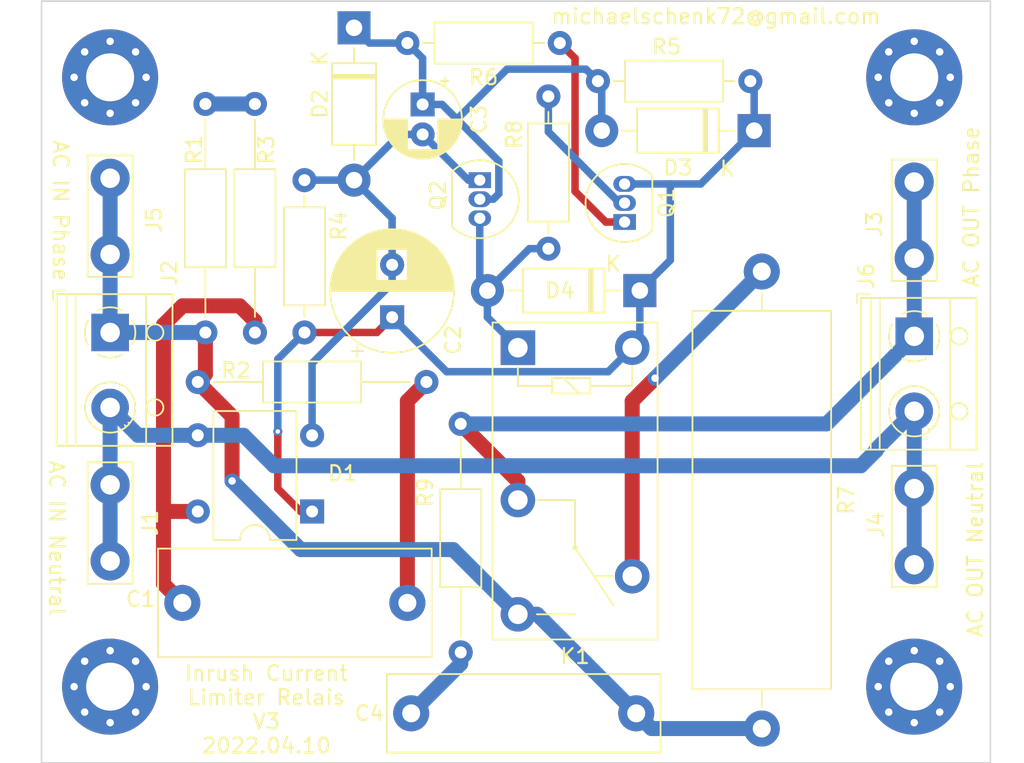
<source format=kicad_pcb>
(kicad_pcb (version 20211014) (generator pcbnew)
  (layers (0 "F.Cu" signal) (31 "B.Cu" signal) (34 "B.Paste" user) (35 "F.Paste" user) (36 "B.SilkS" user "B.Silkscreen") (37 "F.SilkS" user "F.Silkscreen") (38 "B.Mask" user) (39 "F.Mask" user) (44 "Edge.Cuts" user))
  (net 0 "")
  (net 1 "Net-(C1-Pad1)")
  (net 2 "Net-(C1-Pad2)")
  (net 3 "Net-(C2-Pad1)")
  (net 4 "Net-(C2-Pad2)")
  (net 5 "Net-(C3-Pad1)")
  (net 6 "Net-(C4-Pad2)")
  (net 7 "Net-(C4-Pad1)")
  (net 8 "Net-(K1-Pad4)")
  (net 9 "Net-(Q1-Pad1)")
  (net 10 "Net-(Q1-Pad2)")
  (net 11 "Net-(D1-Pad3)")
  (net 12 "Net-(D4-Pad2)")
  (net 13 "Net-(J3-Pad1)")
  (net 14 "Net-(R1-Pad2)")
  (footprint "Diode_THT:D_DO-41_SOD81_P10.16mm_Horizontal" (layer "F.Cu") (at 120.65 75.184 180)
    (fp_text reference "D4" (at 5.334 0) (layer "F.SilkS"))
    (fp_text value "1N4007")
    (fp_text user "K" (at 1.778 1.778) (layer "F.SilkS"))
    (pad "1" thru_hole rect (at 0 0 180) (size 2.2 2.2) (drill 1.1) (layers *.Cu *.Mask) (net 3 "Net-(C2-Pad1)"))
    (pad "2" thru_hole oval (at 10.16 0 180) (size 2.2 2.2) (drill 1.1) (layers *.Cu *.Mask) (net 12 "Net-(D4-Pad2)"))
  )
  (footprint "Resistor_THT:R_Axial_DIN0207_L6.3mm_D2.5mm_P15.24mm_Horizontal" (layer "F.Cu") (at 91.186 81.28)
    (fp_text reference "R2" (at 2.54 -0.762) (layer "F.SilkS"))
    (fp_text value "220R/1W")
    (pad "1" thru_hole circle (at 0 0) (size 1.6 1.6) (drill 0.8) (layers *.Cu *.Mask) (net 7 "Net-(C4-Pad1)"))
    (pad "2" thru_hole oval (at 15.24 0) (size 1.6 1.6) (drill 0.8) (layers *.Cu *.Mask) (net 1 "Net-(C1-Pad1)"))
  )
  (footprint "Capacitor_THT:CP_Radial_D5.0mm_P2.00mm" (layer "F.Cu") (at 106.172 62.77 -90)
    (fp_text reference "C3" (at 1 -3.75 90) (layer "F.SilkS"))
    (fp_text value "22uF/50V")
    (pad "1" thru_hole rect (at 0 0 270) (size 1.6 1.6) (drill 0.8) (layers *.Cu *.Mask) (net 5 "Net-(C3-Pad1)"))
    (pad "2" thru_hole circle (at 2 0 270) (size 1.6 1.6) (drill 0.8) (layers *.Cu *.Mask) (net 4 "Net-(C2-Pad2)"))
  )
  (footprint "TerminalBlock_RND:TerminalBlock_RND_205-00012_1x02_P5.00mm_Horizontal" (layer "F.Cu") (at 85.344 77.978 -90)
    (fp_text reference "J2" (at -3.978 -3.956 90) (layer "F.SilkS"))
    (fp_text value "Screw_Terminal_01x02")
    (pad "1" thru_hole rect (at 0 0 270) (size 2.5 2.5) (drill 1.3) (layers *.Cu *.Mask) (net 7 "Net-(C4-Pad1)"))
    (pad "2" thru_hole circle (at 5 0 270) (size 2.5 2.5) (drill 1.3) (layers *.Cu *.Mask) (net 11 "Net-(D1-Pad3)"))
  )
  (footprint "kicad-snk:TE-726386-2_Pitch5.08mm_Drill1.3mm" (layer "F.Cu") (at 138.938 93.472 90)
    (fp_text reference "J4" (at 2.667 -2.54 90) (layer "F.SilkS"))
    (fp_text value "AC-Neutral-OUT")
    (pad "1" thru_hole circle (at 5.08 0 90) (size 2.6 2.6) (drill 1.3) (layers *.Cu *.Mask) (net 11 "Net-(D1-Pad3)"))
    (pad "1" thru_hole circle (at 0 0 90) (size 2.6 2.6) (drill 1.3) (layers *.Cu *.Mask) (net 11 "Net-(D1-Pad3)"))
  )
  (footprint "Relay_THT:Relay_SPDT_Omron-G5Q-1" (layer "F.Cu") (at 112.522 78.994 -90)
    (fp_text reference "K1" (at 20.574 -3.81 180) (layer "F.SilkS"))
    (fp_text value "Omrom G5Q-1 DC24")
    (pad "1" thru_hole rect (at 0 0 90) (size 2.3 2.3) (drill 1.3) (layers *.Cu *.Mask) (net 12 "Net-(D4-Pad2)"))
    (pad "2" thru_hole circle (at 10.16 0 90) (size 2.3 2.3) (drill 1.3) (layers *.Cu *.Mask) (net 13 "Net-(J3-Pad1)"))
    (pad "3" thru_hole circle (at 17.78 0 90) (size 2.3 2.3) (drill 1.3) (layers *.Cu *.Mask) (net 7 "Net-(C4-Pad1)"))
    (pad "4" thru_hole circle (at 15.24 -7.62 90) (size 2.3 2.3) (drill 1.3) (layers *.Cu *.Mask) (net 8 "Net-(K1-Pad4)"))
    (pad "5" thru_hole circle (at 0 -7.62 90) (size 2.3 2.3) (drill 1.3) (layers *.Cu *.Mask) (net 3 "Net-(C2-Pad1)"))
  )
  (footprint "kicad-snk:TE-726386-2_Pitch5.08mm_Drill1.3mm" (layer "F.Cu") (at 85.344 88.138 -90)
    (fp_text reference "J1" (at 2.54 -2.667 -90) (layer "F.SilkS"))
    (fp_text value "AC-Neutral-IN")
    (pad "1" thru_hole circle (at 0 0 270) (size 2.6 2.6) (drill 1.3) (layers *.Cu *.Mask) (net 11 "Net-(D1-Pad3)"))
    (pad "1" thru_hole circle (at 5.08 0 270) (size 2.6 2.6) (drill 1.3) (layers *.Cu *.Mask) (net 11 "Net-(D1-Pad3)"))
  )
  (footprint "Resistor_THT:R_Axial_DIN0207_L6.3mm_D2.5mm_P10.16mm_Horizontal" (layer "F.Cu") (at 114.554 62.23 -90)
    (fp_text reference "R8" (at 2.54 2.286 90) (layer "F.SilkS"))
    (fp_text value "22k")
    (pad "1" thru_hole circle (at 0 0 270) (size 1.6 1.6) (drill 0.8) (layers *.Cu *.Mask) (net 10 "Net-(Q1-Pad2)"))
    (pad "2" thru_hole oval (at 10.16 0 270) (size 1.6 1.6) (drill 0.8) (layers *.Cu *.Mask) (net 12 "Net-(D4-Pad2)"))
  )
  (footprint "kicad-snk:TE-726386-2_Pitch5.08mm_Drill1.3mm" (layer "F.Cu") (at 138.938 67.945 -90)
    (fp_text reference "J3" (at 2.794 2.667 -90) (layer "F.SilkS"))
    (fp_text value "AC-Phase-OUT")
    (pad "1" thru_hole circle (at 0 0 270) (size 2.6 2.6) (drill 1.3) (layers *.Cu *.Mask) (net 13 "Net-(J3-Pad1)"))
    (pad "1" thru_hole circle (at 5.08 0 270) (size 2.6 2.6) (drill 1.3) (layers *.Cu *.Mask) (net 13 "Net-(J3-Pad1)"))
  )
  (footprint "MountingHole:MountingHole_3.2mm_M3_Pad_Via" (layer "F.Cu") (at 85.344 60.96)
    (fp_text reference "MK1" hide)
    (fp_text value "Mounting_Hole_PAD")
    (pad "1" thru_hole circle (at 1.697056 1.697056) (size 0.8 0.8) (drill 0.5) (layers *.Cu *.Mask))
    (pad "1" thru_hole circle (at 0 2.4) (size 0.8 0.8) (drill 0.5) (layers *.Cu *.Mask))
    (pad "1" thru_hole circle (at 2.4 0) (size 0.8 0.8) (drill 0.5) (layers *.Cu *.Mask))
    (pad "1" thru_hole circle (at -2.4 0) (size 0.8 0.8) (drill 0.5) (layers *.Cu *.Mask))
    (pad "1" thru_hole circle (at -1.697056 1.697056) (size 0.8 0.8) (drill 0.5) (layers *.Cu *.Mask))
    (pad "1" thru_hole circle (at 0 -2.4) (size 0.8 0.8) (drill 0.5) (layers *.Cu *.Mask))
    (pad "1" thru_hole circle (at 0 0) (size 6.4 6.4) (drill 3.2) (layers *.Cu *.Mask))
    (pad "1" thru_hole circle (at -1.697056 -1.697056) (size 0.8 0.8) (drill 0.5) (layers *.Cu *.Mask))
    (pad "1" thru_hole circle (at 1.697056 -1.697056) (size 0.8 0.8) (drill 0.5) (layers *.Cu *.Mask))
  )
  (footprint "Package_TO_SOT_THT:TO-92_Inline" (layer "F.Cu") (at 119.634 70.612 90)
    (fp_text reference "Q1" (at 1.27 2.794 90) (layer "F.SilkS"))
    (fp_text value "BC559")
    (pad "1" thru_hole rect (at 0 0 90) (size 1.05 1.5) (drill 0.75) (layers *.Cu *.Mask) (net 9 "Net-(Q1-Pad1)"))
    (pad "2" thru_hole oval (at 1.27 0 90) (size 1.05 1.5) (drill 0.75) (layers *.Cu *.Mask) (net 10 "Net-(Q1-Pad2)"))
    (pad "3" thru_hole oval (at 2.54 0 90) (size 1.05 1.5) (drill 0.75) (layers *.Cu *.Mask) (net 3 "Net-(C2-Pad1)"))
  )
  (footprint "Package_TO_SOT_THT:TO-92_Inline" (layer "F.Cu") (at 109.982 67.818 -90)
    (fp_text reference "Q2" (at 1.016 2.794 90) (layer "F.SilkS"))
    (fp_text value "2N7000")
    (pad "1" thru_hole rect (at 0 0 270) (size 1.05 1.5) (drill 0.75) (layers *.Cu *.Mask) (net 4 "Net-(C2-Pad2)"))
    (pad "2" thru_hole oval (at 1.27 0 270) (size 1.05 1.5) (drill 0.75) (layers *.Cu *.Mask) (net 5 "Net-(C3-Pad1)"))
    (pad "3" thru_hole oval (at 2.54 0 270) (size 1.05 1.5) (drill 0.75) (layers *.Cu *.Mask) (net 12 "Net-(D4-Pad2)"))
  )
  (footprint "Resistor_THT:R_Axial_DIN0207_L6.3mm_D2.5mm_P10.16mm_Horizontal" (layer "F.Cu") (at 105.156 58.674)
    (fp_text reference "R6" (at 5.08 2.286) (layer "F.SilkS"))
    (fp_text value "220R")
    (pad "1" thru_hole circle (at 0 0) (size 1.6 1.6) (drill 0.8) (layers *.Cu *.Mask) (net 5 "Net-(C3-Pad1)"))
    (pad "2" thru_hole oval (at 10.16 0) (size 1.6 1.6) (drill 0.8) (layers *.Cu *.Mask) (net 9 "Net-(Q1-Pad1)"))
  )
  (footprint "TerminalBlock_RND:TerminalBlock_RND_205-00012_1x02_P5.00mm_Horizontal" (layer "F.Cu") (at 138.938 78.232 -90)
    (fp_text reference "J6" (at -4.032 3.188 90) (layer "F.SilkS"))
    (fp_text value "Screw_Terminal_01x02")
    (pad "1" thru_hole rect (at 0 0 270) (size 2.5 2.5) (drill 1.3) (layers *.Cu *.Mask) (net 13 "Net-(J3-Pad1)"))
    (pad "2" thru_hole circle (at 5 0 270) (size 2.5 2.5) (drill 1.3) (layers *.Cu *.Mask) (net 11 "Net-(D1-Pad3)"))
  )
  (footprint "MountingHole:MountingHole_3.2mm_M3_Pad_Via" (layer "F.Cu") (at 138.938 60.96)
    (fp_text reference "MK4" hide)
    (fp_text value "Mounting_Hole_PAD")
    (pad "1" thru_hole circle (at 0 0) (size 6.4 6.4) (drill 3.2) (layers *.Cu *.Mask))
    (pad "1" thru_hole circle (at 1.697056 1.697056) (size 0.8 0.8) (drill 0.5) (layers *.Cu *.Mask))
    (pad "1" thru_hole circle (at 0 -2.4) (size 0.8 0.8) (drill 0.5) (layers *.Cu *.Mask))
    (pad "1" thru_hole circle (at 1.697056 -1.697056) (size 0.8 0.8) (drill 0.5) (layers *.Cu *.Mask))
    (pad "1" thru_hole circle (at -1.697056 -1.697056) (size 0.8 0.8) (drill 0.5) (layers *.Cu *.Mask))
    (pad "1" thru_hole circle (at 2.4 0) (size 0.8 0.8) (drill 0.5) (layers *.Cu *.Mask))
    (pad "1" thru_hole circle (at -2.4 0) (size 0.8 0.8) (drill 0.5) (layers *.Cu *.Mask))
    (pad "1" thru_hole circle (at -1.697056 1.697056) (size 0.8 0.8) (drill 0.5) (layers *.Cu *.Mask))
    (pad "1" thru_hole circle (at 0 2.4) (size 0.8 0.8) (drill 0.5) (layers *.Cu *.Mask))
  )
  (footprint "Capacitor_THT:CP_Radial_D8.0mm_P3.50mm" (layer "F.Cu") (at 104.14 76.962 90)
    (fp_text reference "C2" (at -1.524 4.064 90) (layer "F.SilkS"))
    (fp_text value "100uF/50V")
    (pad "1" thru_hole rect (at 0 0 90) (size 1.6 1.6) (drill 0.8) (layers *.Cu *.Mask) (net 3 "Net-(C2-Pad1)"))
    (pad "2" thru_hole circle (at 3.5 0 90) (size 1.6 1.6) (drill 0.8) (layers *.Cu *.Mask) (net 4 "Net-(C2-Pad2)"))
  )
  (footprint "Diode_THT:Diode_Bridge_DIP-4_W7.62mm_P5.08mm" (layer "F.Cu") (at 98.806 89.916 180)
    (fp_text reference "D1" (at -2.032 2.54) (layer "F.SilkS"))
    (fp_text value "DF04M")
    (pad "1" thru_hole rect (at 0 0 180) (size 1.6 1.6) (drill 0.8) (layers *.Cu *.Mask) (net 3 "Net-(C2-Pad1)"))
    (pad "2" thru_hole oval (at 0 5.08 180) (size 1.6 1.6) (drill 0.8) (layers *.Cu *.Mask) (net 4 "Net-(C2-Pad2)"))
    (pad "3" thru_hole oval (at 7.62 5.08 180) (size 1.6 1.6) (drill 0.8) (layers *.Cu *.Mask) (net 11 "Net-(D1-Pad3)"))
    (pad "4" thru_hole oval (at 7.62 0 180) (size 1.6 1.6) (drill 0.8) (layers *.Cu *.Mask) (net 2 "Net-(C1-Pad2)"))
  )
  (footprint "Resistor_THT:R_Axial_DIN0207_L6.3mm_D2.5mm_P10.16mm_Horizontal" (layer "F.Cu") (at 98.298 77.978 90)
    (fp_text reference "R4" (at 7.112 2.286 90) (layer "F.SilkS"))
    (fp_text value "3k9")
    (pad "1" thru_hole circle (at 0 0 90) (size 1.6 1.6) (drill 0.8) (layers *.Cu *.Mask) (net 3 "Net-(C2-Pad1)"))
    (pad "2" thru_hole oval (at 10.16 0 90) (size 1.6 1.6) (drill 0.8) (layers *.Cu *.Mask) (net 4 "Net-(C2-Pad2)"))
  )
  (footprint "Capacitor_THT:C_Rect_L18.0mm_W7.0mm_P15.00mm_FKS3_FKP3" (layer "F.Cu") (at 105.156 96.012 180)
    (fp_text reference "C1" (at 17.78 0.254) (layer "F.SilkS"))
    (fp_text value "220nF/X2")
    (pad "1" thru_hole circle (at 0 0 180) (size 2.4 2.4) (drill 1.2) (layers *.Cu *.Mask) (net 1 "Net-(C1-Pad1)"))
    (pad "2" thru_hole circle (at 15 0 180) (size 2.4 2.4) (drill 1.2) (layers *.Cu *.Mask) (net 2 "Net-(C1-Pad2)"))
  )
  (footprint "Resistor_THT:R_Axial_DIN0207_L6.3mm_D2.5mm_P10.16mm_Horizontal" (layer "F.Cu") (at 128.016 61.214 180)
    (fp_text reference "R5" (at 5.588 2.286) (layer "F.SilkS"))
    (fp_text value "100k")
    (pad "1" thru_hole circle (at 0 0 180) (size 1.6 1.6) (drill 0.8) (layers *.Cu *.Mask) (net 3 "Net-(C2-Pad1)"))
    (pad "2" thru_hole oval (at 10.16 0 180) (size 1.6 1.6) (drill 0.8) (layers *.Cu *.Mask) (net 5 "Net-(C3-Pad1)"))
  )
  (footprint "Resistor_THT:R_Axial_DIN0207_L6.3mm_D2.5mm_P15.24mm_Horizontal" (layer "F.Cu") (at 94.996 62.738 -90)
    (fp_text reference "R3" (at 3.048 -0.762 -90) (layer "F.SilkS"))
    (fp_text value "270k/1W")
    (pad "1" thru_hole circle (at 0 0 270) (size 1.6 1.6) (drill 0.8) (layers *.Cu *.Mask) (net 14 "Net-(R1-Pad2)"))
    (pad "2" thru_hole oval (at 15.24 0 270) (size 1.6 1.6) (drill 0.8) (layers *.Cu *.Mask) (net 2 "Net-(C1-Pad2)"))
  )
  (footprint "Diode_THT:D_DO-41_SOD81_P10.16mm_Horizontal" (layer "F.Cu") (at 128.27 64.516 180)
    (fp_text reference "D3" (at 5.08 -2.47) (layer "F.SilkS"))
    (fp_text value "1N4007")
    (fp_text user "K" (at 1.778 -2.54) (layer "F.SilkS"))
    (pad "1" thru_hole rect (at 0 0 180) (size 2.2 2.2) (drill 1.1) (layers *.Cu *.Mask) (net 3 "Net-(C2-Pad1)"))
    (pad "2" thru_hole oval (at 10.16 0 180) (size 2.2 2.2) (drill 1.1) (layers *.Cu *.Mask) (net 5 "Net-(C3-Pad1)"))
  )
  (footprint "kicad-snk:TE-726386-2_Pitch5.08mm_Drill1.3mm" (layer "F.Cu") (at 85.344 72.771 90)
    (fp_text reference "J5" (at 2.286 2.921 90) (layer "F.SilkS"))
    (fp_text value "AC-Phase-IN")
    (pad "1" thru_hole circle (at 5.08 0 90) (size 2.6 2.6) (drill 1.3) (layers *.Cu *.Mask) (net 7 "Net-(C4-Pad1)"))
    (pad "1" thru_hole circle (at 0 0 90) (size 2.6 2.6) (drill 1.3) (layers *.Cu *.Mask) (net 7 "Net-(C4-Pad1)"))
  )
  (footprint "Capacitor_THT:C_Rect_L18.0mm_W5.0mm_P15.00mm_FKS3_FKP3" (layer "F.Cu") (at 120.41 103.378 180)
    (fp_text reference "C4" (at 17.794 0) (layer "F.SilkS"))
    (fp_text value "100nF/X2")
    (pad "1" thru_hole circle (at 0 0 180) (size 2.4 2.4) (drill 1.2) (layers *.Cu *.Mask) (net 7 "Net-(C4-Pad1)"))
    (pad "2" thru_hole circle (at 15 0 180) (size 2.4 2.4) (drill 1.2) (layers *.Cu *.Mask) (net 6 "Net-(C4-Pad2)"))
  )
  (footprint "Resistor_THT:R_Axial_Power_L25.0mm_W9.0mm_P30.48mm" (layer "F.Cu") (at 128.778 73.914 -90)
    (fp_text reference "R7" (at 15.24 -5.62 90) (layer "F.SilkS"))
    (fp_text value "100R/5W")
    (pad "1" thru_hole circle (at 0 0 270) (size 2.4 2.4) (drill 1.2) (layers *.Cu *.Mask) (net 8 "Net-(K1-Pad4)"))
    (pad "2" thru_hole oval (at 30.48 0 270) (size 2.4 2.4) (drill 1.2) (layers *.Cu *.Mask) (net 7 "Net-(C4-Pad1)"))
  )
  (footprint "Resistor_THT:R_Axial_DIN0207_L6.3mm_D2.5mm_P15.24mm_Horizontal" (layer "F.Cu") (at 108.712 99.314 90)
    (fp_text reference "R9" (at 10.668 -2.37 90) (layer "F.SilkS"))
    (fp_text value "100R/1W")
    (pad "1" thru_hole circle (at 0 0 90) (size 1.6 1.6) (drill 0.8) (layers *.Cu *.Mask) (net 6 "Net-(C4-Pad2)"))
    (pad "2" thru_hole oval (at 15.24 0 90) (size 1.6 1.6) (drill 0.8) (layers *.Cu *.Mask) (net 13 "Net-(J3-Pad1)"))
  )
  (footprint "Resistor_THT:R_Axial_DIN0207_L6.3mm_D2.5mm_P15.24mm_Horizontal" (layer "F.Cu") (at 91.694 77.978 90)
    (fp_text reference "R1" (at 12.192 -0.762 90) (layer "F.SilkS"))
    (fp_text value "270k/1W")
    (pad "1" thru_hole circle (at 0 0 90) (size 1.6 1.6) (drill 0.8) (layers *.Cu *.Mask) (net 7 "Net-(C4-Pad1)"))
    (pad "2" thru_hole oval (at 15.24 0 90) (size 1.6 1.6) (drill 0.8) (layers *.Cu *.Mask) (net 14 "Net-(R1-Pad2)"))
  )
  (footprint "MountingHole:MountingHole_3.2mm_M3_Pad_Via" (layer "F.Cu") (at 138.938 101.6)
    (fp_text reference "MK3" hide)
    (fp_text value "Mounting_Hole_PAD")
    (pad "1" thru_hole circle (at -2.4 0) (size 0.8 0.8) (drill 0.5) (layers *.Cu *.Mask))
    (pad "1" thru_hole circle (at 0 2.4) (size 0.8 0.8) (drill 0.5) (layers *.Cu *.Mask))
    (pad "1" thru_hole circle (at 0 0) (size 6.4 6.4) (drill 3.2) (layers *.Cu *.Mask))
    (pad "1" thru_hole circle (at 1.697056 -1.697056) (size 0.8 0.8) (drill 0.5) (layers *.Cu *.Mask))
    (pad "1" thru_hole circle (at 0 -2.4) (size 0.8 0.8) (drill 0.5) (layers *.Cu *.Mask))
    (pad "1" thru_hole circle (at 2.4 0) (size 0.8 0.8) (drill 0.5) (layers *.Cu *.Mask))
    (pad "1" thru_hole circle (at 1.697056 1.697056) (size 0.8 0.8) (drill 0.5) (layers *.Cu *.Mask))
    (pad "1" thru_hole circle (at -1.697056 1.697056) (size 0.8 0.8) (drill 0.5) (layers *.Cu *.Mask))
    (pad "1" thru_hole circle (at -1.697056 -1.697056) (size 0.8 0.8) (drill 0.5) (layers *.Cu *.Mask))
  )
  (footprint "MountingHole:MountingHole_3.2mm_M3_Pad_Via" (layer "F.Cu") (at 85.344 101.6)
    (fp_text reference "MK2" hide)
    (fp_text value "Mounting_Hole_PAD")
    (pad "1" thru_hole circle (at 1.697056 1.697056) (size 0.8 0.8) (drill 0.5) (layers *.Cu *.Mask))
    (pad "1" thru_hole circle (at 0 0) (size 6.4 6.4) (drill 3.2) (layers *.Cu *.Mask))
    (pad "1" thru_hole circle (at 2.4 0) (size 0.8 0.8) (drill 0.5) (layers *.Cu *.Mask))
    (pad "1" thru_hole circle (at -1.697056 -1.697056) (size 0.8 0.8) (drill 0.5) (layers *.Cu *.Mask))
    (pad "1" thru_hole circle (at -2.4 0) (size 0.8 0.8) (drill 0.5) (layers *.Cu *.Mask))
    (pad "1" thru_hole circle (at 0 -2.4) (size 0.8 0.8) (drill 0.5) (layers *.Cu *.Mask))
    (pad "1" thru_hole circle (at 1.697056 -1.697056) (size 0.8 0.8) (drill 0.5) (layers *.Cu *.Mask))
    (pad "1" thru_hole circle (at -1.697056 1.697056) (size 0.8 0.8) (drill 0.5) (layers *.Cu *.Mask))
    (pad "1" thru_hole circle (at 0 2.4) (size 0.8 0.8) (drill 0.5) (layers *.Cu *.Mask))
  )
  (footprint "Diode_THT:D_DO-41_SOD81_P10.16mm_Horizontal" (layer "F.Cu") (at 101.6 57.658 -90)
    (fp_text reference "D2" (at 5.08 2.286 -270) (layer "F.SilkS"))
    (fp_text value "1N4742A/12V/1W")
    (fp_text user "K" (at 2.032 2.286 -270) (layer "F.SilkS"))
    (pad "1" thru_hole rect (at 0 0 270) (size 2.2 2.2) (drill 1.1) (layers *.Cu *.Mask) (net 5 "Net-(C3-Pad1)"))
    (pad "2" thru_hole oval (at 10.16 0 270) (size 2.2 2.2) (drill 1.1) (layers *.Cu *.Mask) (net 4 "Net-(C2-Pad2)"))
  )
  (gr_rect (start 80.772 55.88) (end 144.018 106.68) (layer "Edge.Cuts") (width 0.1) (fill none))
  (gr_text "Inrush Current\nLimiter Relais\nV3\n2022.04.10" (at 95.758 103.124) (layer "F.SilkS") (effects (font (size 1 1))))
  (gr_text "michaelschenk72@gmail.com" (at 125.73 56.896) (layer "F.SilkS") (effects (font (size 1 1))))
  (gr_text "AC IN Phase" (at 82.042 69.85 270) (layer "F.SilkS") (effects (font (size 1 1))))
  (gr_text "AC OUT Phase" (at 142.748 69.596 90) (layer "F.SilkS") (effects (font (size 1 1))))
  (gr_text "AC IN Neutral" (at 81.788 91.694 270) (layer "F.SilkS") (effects (font (size 1 1))))
  (gr_text "AC OUT Neutral" (at 143.002 92.456 90) (layer "F.SilkS") (effects (font (size 1 1))))
  (segment (start 105.156 82.55) (end 106.426 81.28) (width 1) (layer "F.Cu") (net 1))
  (segment (start 105.156 96.012) (end 105.156 82.55) (width 1) (layer "F.Cu") (net 1))
  (segment (start 90.156 96.012) (end 88.9 94.756) (width 1) (layer "F.Cu") (net 2))
  (segment (start 88.9 89.916) (end 88.9 77.47) (width 1) (layer "F.Cu") (net 2))
  (segment (start 94.996 77.216) (end 94.996 77.978) (width 1) (layer "F.Cu") (net 2))
  (segment (start 88.9 94.756) (end 88.9 89.916) (width 1) (layer "F.Cu") (net 2))
  (segment (start 90.17 76.2) (end 93.98 76.2) (width 1) (layer "F.Cu") (net 2))
  (segment (start 93.98 76.2) (end 94.996 77.216) (width 1) (layer "F.Cu") (net 2))
  (segment (start 88.9 77.47) (end 90.17 76.2) (width 1) (layer "F.Cu") (net 2))
  (segment (start 91.186 89.916) (end 88.9 89.916) (width 1) (layer "F.Cu") (net 2))
  (segment (start 98.044 89.916) (end 98.806 89.916) (width 0.5) (layer "F.Cu") (net 3))
  (segment (start 98.298 77.978) (end 103.124 77.978) (width 0.5) (layer "F.Cu") (net 3))
  (segment (start 103.124 77.978) (end 104.14 76.962) (width 0.5) (layer "F.Cu") (net 3))
  (segment (start 96.52 84.582) (end 96.52 88.392) (width 0.5) (layer "F.Cu") (net 3))
  (segment (start 96.52 88.392) (end 98.044 89.916) (width 0.5) (layer "F.Cu") (net 3))
  (via (at 96.52 84.582) (size 0.6) (drill 0.3) (layers "F.Cu" "B.Cu") (net 3))
  (segment (start 120.65 78.486) (end 120.142 78.994) (width 0.5) (layer "B.Cu") (net 3))
  (segment (start 96.52 80.772) (end 96.52 84.582) (width 0.5) (layer "B.Cu") (net 3))
  (segment (start 124.714 68.072) (end 128.27 64.516) (width 0.5) (layer "B.Cu") (net 3))
  (segment (start 122.682 73.152) (end 122.682 68.072) (width 0.5) (layer "B.Cu") (net 3))
  (segment (start 98.298 77.978) (end 96.52 79.756) (width 0.5) (layer "B.Cu") (net 3))
  (segment (start 96.52 79.756) (end 96.52 80.772) (width 0.5) (layer "B.Cu") (net 3))
  (segment (start 104.14 76.962) (end 107.771511 80.593511) (width 0.5) (layer "B.Cu") (net 3))
  (segment (start 128.27 64.516) (end 128.27 61.468) (width 0.5) (layer "B.Cu") (net 3))
  (segment (start 122.682 68.072) (end 124.714 68.072) (width 0.5) (layer "B.Cu") (net 3))
  (segment (start 119.634 68.072) (end 122.682 68.072) (width 0.5) (layer "B.Cu") (net 3))
  (segment (start 107.771511 80.593511) (end 118.542489 80.593511) (width 0.5) (layer "B.Cu") (net 3))
  (segment (start 120.65 75.184) (end 122.682 73.152) (width 0.5) (layer "B.Cu") (net 3))
  (segment (start 128.27 61.468) (end 128.016 61.214) (width 0.5) (layer "B.Cu") (net 3))
  (segment (start 118.542489 80.593511) (end 120.142 78.994) (width 0.5) (layer "B.Cu") (net 3))
  (segment (start 120.65 75.184) (end 120.65 78.486) (width 0.5) (layer "B.Cu") (net 3))
  (segment (start 98.806 84.836) (end 98.806 80.030489) (width 0.5) (layer "B.Cu") (net 4))
  (segment (start 104.14 73.462) (end 104.14 70.358) (width 0.5) (layer "B.Cu") (net 4))
  (segment (start 101.6 67.818) (end 104.648 64.77) (width 0.5) (layer "B.Cu") (net 4))
  (segment (start 104.14 74.696489) (end 104.14 73.462) (width 0.5) (layer "B.Cu") (net 4))
  (segment (start 109.982 67.818) (end 109.22 67.818) (width 0.5) (layer "B.Cu") (net 4))
  (segment (start 104.14 70.358) (end 101.6 67.818) (width 0.5) (layer "B.Cu") (net 4))
  (segment (start 98.298 67.818) (end 101.6 67.818) (width 0.5) (layer "B.Cu") (net 4))
  (segment (start 104.648 64.77) (end 106.172 64.77) (width 0.5) (layer "B.Cu") (net 4))
  (segment (start 98.806 80.030489) (end 104.14 74.696489) (width 0.5) (layer "B.Cu") (net 4))
  (segment (start 109.22 67.818) (end 106.172 64.77) (width 0.5) (layer "B.Cu") (net 4))
  (segment (start 117.856 61.214) (end 117.056001 60.414001) (width 0.5) (layer "B.Cu") (net 5))
  (segment (start 111.252 66.55) (end 107.472 62.77) (width 0.5) (layer "B.Cu") (net 5))
  (segment (start 109.982 69.088) (end 110.886022 69.088) (width 0.5) (layer "B.Cu") (net 5))
  (segment (start 110.886022 69.088) (end 111.252 68.722022) (width 0.5) (layer "B.Cu") (net 5))
  (segment (start 118.11 61.468) (end 117.856 61.214) (width 0.5) (layer "B.Cu") (net 5))
  (segment (start 106.172 62.77) (end 106.172 59.69) (width 0.5) (layer "B.Cu") (net 5))
  (segment (start 111.252 68.722022) (end 111.252 66.55) (width 0.5) (layer "B.Cu") (net 5))
  (segment (start 102.616 58.674) (end 101.6 57.658) (width 0.5) (layer "B.Cu") (net 5))
  (segment (start 117.056001 60.414001) (end 111.797999 60.414001) (width 0.5) (layer "B.Cu") (net 5))
  (segment (start 107.472 62.77) (end 106.172 62.77) (width 0.5) (layer "B.Cu") (net 5))
  (segment (start 111.797999 60.414001) (end 108.457 63.755) (width 0.5) (layer "B.Cu") (net 5))
  (segment (start 106.172 59.69) (end 105.156 58.674) (width 0.5) (layer "B.Cu") (net 5))
  (segment (start 118.11 64.516) (end 118.11 61.468) (width 0.5) (layer "B.Cu") (net 5))
  (segment (start 105.156 58.674) (end 102.616 58.674) (width 0.5) (layer "B.Cu") (net 5))
  (segment (start 108.712 100.076) (end 105.41 103.378) (width 1) (layer "B.Cu") (net 6))
  (segment (start 108.712 99.314) (end 108.712 100.076) (width 1) (layer "B.Cu") (net 6))
  (segment (start 91.186 81.28) (end 93.472 83.566) (width 1) (layer "F.Cu") (net 7))
  (segment (start 91.694 80.772) (end 91.186 81.28) (width 1) (layer "F.Cu") (net 7))
  (segment (start 91.694 77.978) (end 91.694 80.772) (width 1) (layer "F.Cu") (net 7))
  (segment (start 93.472 83.566) (end 93.472 87.884) (width 1) (layer "F.Cu") (net 7))
  (via (at 93.472 87.884) (size 1) (drill 0.5) (layers "F.Cu" "B.Cu") (net 7))
  (segment (start 93.472 87.884) (end 98.044 92.456) (width 1) (layer "B.Cu") (net 7))
  (segment (start 121.426 104.394) (end 120.41 103.378) (width 1) (layer "B.Cu") (net 7))
  (segment (start 98.044 92.456) (end 108.204 92.456) (width 1) (layer "B.Cu") (net 7))
  (segment (start 85.344 77.978) (end 85.344 72.771) (width 1) (layer "B.Cu") (net 7))
  (segment (start 85.344 77.978) (end 91.694 77.978) (width 1) (layer "B.Cu") (net 7))
  (segment (start 120.41 103.378) (end 113.806 96.774) (width 1) (layer "B.Cu") (net 7))
  (segment (start 108.204 92.456) (end 112.522 96.774) (width 1) (layer "B.Cu") (net 7))
  (segment (start 113.806 96.774) (end 112.522 96.774) (width 1) (layer "B.Cu") (net 7))
  (segment (start 85.344 72.771) (end 85.344 67.691) (width 1) (layer "B.Cu") (net 7))
  (segment (start 128.778 104.394) (end 121.426 104.394) (width 1) (layer "B.Cu") (net 7))
  (segment (start 120.142 82.55) (end 121.666 81.026) (width 1) (layer "F.Cu") (net 8))
  (segment (start 120.142 94.234) (end 120.142 82.55) (width 1) (layer "F.Cu") (net 8))
  (via (at 121.666 81.026) (size 1) (drill 0.5) (layers "F.Cu" "B.Cu") (net 8))
  (segment (start 121.666 81.026) (end 128.778 73.914) (width 1) (layer "B.Cu") (net 8))
  (segment (start 116.332 68.56) (end 118.384 70.612) (width 0.5) (layer "F.Cu") (net 9))
  (segment (start 116.332 59.69) (end 116.332 68.56) (width 0.5) (layer "F.Cu") (net 9))
  (segment (start 118.384 70.612) (end 119.634 70.612) (width 0.5) (layer "F.Cu") (net 9))
  (segment (start 115.316 58.674) (end 116.332 59.69) (width 0.5) (layer "F.Cu") (net 9))
  (segment (start 114.554 64.595179) (end 119.300821 69.342) (width 0.5) (layer "B.Cu") (net 10))
  (segment (start 114.554 62.23) (end 114.554 64.595179) (width 0.5) (layer "B.Cu") (net 10))
  (segment (start 119.300821 69.342) (end 119.634 69.342) (width 0.5) (layer "B.Cu") (net 10))
  (segment (start 96.266 86.868) (end 135.382 86.868) (width 1) (layer "B.Cu") (net 11))
  (segment (start 138.938 88.392) (end 138.938 83.232) (width 1) (layer "B.Cu") (net 11))
  (segment (start 85.344 93.218) (end 85.344 88.138) (width 1) (layer "B.Cu") (net 11))
  (segment (start 136.398 85.852) (end 136.398 85.772) (width 1) (layer "B.Cu") (net 11))
  (segment (start 94.234 84.836) (end 96.266 86.868) (width 1) (layer "B.Cu") (net 11))
  (segment (start 135.382 86.868) (end 136.398 85.852) (width 1) (layer "B.Cu") (net 11))
  (segment (start 87.202 84.836) (end 85.344 82.978) (width 1) (layer "B.Cu") (net 11))
  (segment (start 91.186 84.836) (end 94.234 84.836) (width 1) (layer "B.Cu") (net 11))
  (segment (start 85.344 88.138) (end 85.344 82.978) (width 1) (layer "B.Cu") (net 11))
  (segment (start 91.186 84.836) (end 87.202 84.836) (width 1) (layer "B.Cu") (net 11))
  (segment (start 138.938 93.472) (end 138.938 88.392) (width 1) (layer "B.Cu") (net 11))
  (segment (start 136.398 85.772) (end 138.938 83.232) (width 1) (layer "B.Cu") (net 11))
  (segment (start 110.49 75.184) (end 110.49 76.962) (width 0.5) (layer "B.Cu") (net 12))
  (segment (start 109.982 74.676) (end 110.49 75.184) (width 0.5) (layer "B.Cu") (net 12))
  (segment (start 110.49 76.962) (end 112.522 78.994) (width 0.5) (layer "B.Cu") (net 12))
  (segment (start 109.982 70.358) (end 109.982 74.676) (width 0.5) (layer "B.Cu") (net 12))
  (segment (start 114.554 72.39) (end 113.284 72.39) (width 0.5) (layer "B.Cu") (net 12))
  (segment (start 113.284 72.39) (end 110.49 75.184) (width 0.5) (layer "B.Cu") (net 12))
  (segment (start 112.522 87.884) (end 108.712 84.074) (width 1) (layer "F.Cu") (net 13))
  (segment (start 112.522 89.154) (end 112.522 87.884) (width 1) (layer "F.Cu") (net 13))
  (segment (start 133.096 84.074) (end 138.938 78.232) (width 1) (layer "B.Cu") (net 13))
  (segment (start 138.938 73.025) (end 138.938 67.945) (width 1) (layer "B.Cu") (net 13))
  (segment (start 138.938 78.232) (end 138.938 73.025) (width 1) (layer "B.Cu") (net 13))
  (segment (start 108.712 84.074) (end 133.096 84.074) (width 1) (layer "B.Cu") (net 13))
  (segment (start 91.694 62.738) (end 94.996 62.738) (width 1) (layer "B.Cu") (net 14))
)
</source>
